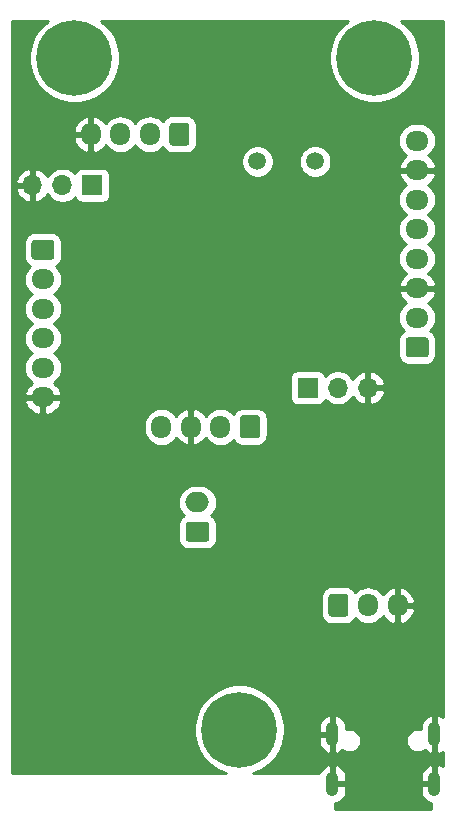
<source format=gbr>
G04 #@! TF.GenerationSoftware,KiCad,Pcbnew,(5.1.6)-1*
G04 #@! TF.CreationDate,2021-04-29T20:29:46-05:00*
G04 #@! TF.ProjectId,EncoderBoard3(1),456e636f-6465-4724-926f-617264332831,v1.0*
G04 #@! TF.SameCoordinates,Original*
G04 #@! TF.FileFunction,Copper,L2,Bot*
G04 #@! TF.FilePolarity,Positive*
%FSLAX46Y46*%
G04 Gerber Fmt 4.6, Leading zero omitted, Abs format (unit mm)*
G04 Created by KiCad (PCBNEW (5.1.6)-1) date 2021-04-29 20:29:46*
%MOMM*%
%LPD*%
G01*
G04 APERTURE LIST*
G04 #@! TA.AperFunction,ComponentPad*
%ADD10O,1.950000X1.700000*%
G04 #@! TD*
G04 #@! TA.AperFunction,ComponentPad*
%ADD11C,6.400000*%
G04 #@! TD*
G04 #@! TA.AperFunction,ComponentPad*
%ADD12O,1.700000X1.700000*%
G04 #@! TD*
G04 #@! TA.AperFunction,ComponentPad*
%ADD13R,1.700000X1.700000*%
G04 #@! TD*
G04 #@! TA.AperFunction,ComponentPad*
%ADD14C,1.500000*%
G04 #@! TD*
G04 #@! TA.AperFunction,ComponentPad*
%ADD15O,1.700000X1.950000*%
G04 #@! TD*
G04 #@! TA.AperFunction,ComponentPad*
%ADD16O,2.000000X1.700000*%
G04 #@! TD*
G04 #@! TA.AperFunction,ComponentPad*
%ADD17O,1.050000X2.100000*%
G04 #@! TD*
G04 #@! TA.AperFunction,ViaPad*
%ADD18C,0.450000*%
G04 #@! TD*
G04 #@! TA.AperFunction,ViaPad*
%ADD19C,1.270000*%
G04 #@! TD*
G04 #@! TA.AperFunction,Conductor*
%ADD20C,0.254000*%
G04 #@! TD*
G04 APERTURE END LIST*
G04 #@! TA.AperFunction,ComponentPad*
G36*
G01*
X139853500Y-111390800D02*
X138403500Y-111390800D01*
G75*
G02*
X138153500Y-111140800I0J250000D01*
G01*
X138153500Y-109940800D01*
G75*
G02*
X138403500Y-109690800I250000J0D01*
G01*
X139853500Y-109690800D01*
G75*
G02*
X140103500Y-109940800I0J-250000D01*
G01*
X140103500Y-111140800D01*
G75*
G02*
X139853500Y-111390800I-250000J0D01*
G01*
G37*
G04 #@! TD.AperFunction*
D10*
X139128500Y-108040800D03*
X139128500Y-105540800D03*
X139128500Y-103040800D03*
X139128500Y-100540800D03*
X139128500Y-98040800D03*
X139128500Y-95540800D03*
X139128500Y-93040800D03*
D11*
X124079000Y-142925800D03*
X110109000Y-86029800D03*
X135509000Y-86029800D03*
D12*
X134937500Y-113969800D03*
X132397500Y-113969800D03*
D13*
X129857500Y-113969800D03*
D14*
X130483000Y-94792800D03*
X125603000Y-94792800D03*
D12*
X106553000Y-96824800D03*
X109093000Y-96824800D03*
D13*
X111633000Y-96824800D03*
D15*
X137461000Y-132384800D03*
X134961000Y-132384800D03*
G04 #@! TA.AperFunction,ComponentPad*
G36*
G01*
X131611000Y-133109800D02*
X131611000Y-131659800D01*
G75*
G02*
X131861000Y-131409800I250000J0D01*
G01*
X133061000Y-131409800D01*
G75*
G02*
X133311000Y-131659800I0J-250000D01*
G01*
X133311000Y-133109800D01*
G75*
G02*
X133061000Y-133359800I-250000J0D01*
G01*
X131861000Y-133359800D01*
G75*
G02*
X131611000Y-133109800I0J250000D01*
G01*
G37*
G04 #@! TD.AperFunction*
G04 #@! TA.AperFunction,ComponentPad*
G36*
G01*
X121273000Y-127011800D02*
X119773000Y-127011800D01*
G75*
G02*
X119523000Y-126761800I0J250000D01*
G01*
X119523000Y-125561800D01*
G75*
G02*
X119773000Y-125311800I250000J0D01*
G01*
X121273000Y-125311800D01*
G75*
G02*
X121523000Y-125561800I0J-250000D01*
G01*
X121523000Y-126761800D01*
G75*
G02*
X121273000Y-127011800I-250000J0D01*
G01*
G37*
G04 #@! TD.AperFunction*
D16*
X120523000Y-123661800D03*
G04 #@! TA.AperFunction,ComponentPad*
G36*
G01*
X106717000Y-101435800D02*
X108167000Y-101435800D01*
G75*
G02*
X108417000Y-101685800I0J-250000D01*
G01*
X108417000Y-102885800D01*
G75*
G02*
X108167000Y-103135800I-250000J0D01*
G01*
X106717000Y-103135800D01*
G75*
G02*
X106467000Y-102885800I0J250000D01*
G01*
X106467000Y-101685800D01*
G75*
G02*
X106717000Y-101435800I250000J0D01*
G01*
G37*
G04 #@! TD.AperFunction*
D10*
X107442000Y-104785800D03*
X107442000Y-107285800D03*
X107442000Y-109785800D03*
X107442000Y-112285800D03*
X107442000Y-114785800D03*
G04 #@! TA.AperFunction,ComponentPad*
G36*
G01*
X125818000Y-116546800D02*
X125818000Y-117996800D01*
G75*
G02*
X125568000Y-118246800I-250000J0D01*
G01*
X124368000Y-118246800D01*
G75*
G02*
X124118000Y-117996800I0J250000D01*
G01*
X124118000Y-116546800D01*
G75*
G02*
X124368000Y-116296800I250000J0D01*
G01*
X125568000Y-116296800D01*
G75*
G02*
X125818000Y-116546800I0J-250000D01*
G01*
G37*
G04 #@! TD.AperFunction*
D15*
X122468000Y-117271800D03*
X119968000Y-117271800D03*
X117468000Y-117271800D03*
G04 #@! TA.AperFunction,ComponentPad*
G36*
G01*
X119849000Y-91781800D02*
X119849000Y-93231800D01*
G75*
G02*
X119599000Y-93481800I-250000J0D01*
G01*
X118399000Y-93481800D01*
G75*
G02*
X118149000Y-93231800I0J250000D01*
G01*
X118149000Y-91781800D01*
G75*
G02*
X118399000Y-91531800I250000J0D01*
G01*
X119599000Y-91531800D01*
G75*
G02*
X119849000Y-91781800I0J-250000D01*
G01*
G37*
G04 #@! TD.AperFunction*
X116499000Y-92506800D03*
X113999000Y-92506800D03*
X111499000Y-92506800D03*
D17*
X131951000Y-143317800D03*
X140591000Y-143317800D03*
X131951000Y-147497800D03*
X140591000Y-147497800D03*
D18*
X111633000Y-132003800D03*
X114300000Y-130479800D03*
X114300000Y-131241800D03*
X114300000Y-132003800D03*
X113411000Y-132003800D03*
X113411000Y-131241800D03*
X113411000Y-130479800D03*
X122555000Y-129844800D03*
X108458000Y-132130800D03*
X109601000Y-133908800D03*
X136525000Y-120954800D03*
D19*
X121920000Y-136194800D03*
X113030000Y-137464800D03*
D18*
X109347000Y-135051800D03*
X115189000Y-132003800D03*
X115189000Y-131241800D03*
X115189000Y-130479800D03*
X112522000Y-130479800D03*
X112522000Y-131241800D03*
X112522000Y-132003800D03*
X116078000Y-132003800D03*
X116078000Y-131241800D03*
X116078000Y-130479800D03*
X111633000Y-130479800D03*
X111633000Y-131241800D03*
X110744000Y-130479800D03*
X110744000Y-131241800D03*
X110744000Y-132003800D03*
X125984000Y-112064800D03*
X125984000Y-113588800D03*
X111522000Y-109318300D03*
X116078000Y-113207800D03*
X118479600Y-111060200D03*
X115824000Y-113969800D03*
X134493000Y-111048800D03*
X125025000Y-106787800D03*
X121215500Y-102597300D03*
X123126500Y-98031300D03*
X130111500Y-99872800D03*
X126986000Y-89345800D03*
X129173000Y-89345800D03*
X115062000Y-99174300D03*
X122174000Y-102730300D03*
X109093000Y-118224300D03*
X135636000Y-101777800D03*
X138303000Y-123558300D03*
X123761500Y-109715300D03*
X139521000Y-141072800D03*
X141097000Y-140004800D03*
X133021000Y-141095800D03*
X141097000Y-138353800D03*
X114808000Y-142036800D03*
X105551000Y-89980800D03*
X139573000Y-126669800D03*
X139573000Y-118541800D03*
X131937000Y-101920800D03*
X110617000Y-113969800D03*
X110617000Y-114604800D03*
X133096000Y-97205800D03*
D20*
G36*
X107664330Y-83050961D02*
G01*
X107130161Y-83585130D01*
X106710467Y-84213246D01*
X106421377Y-84911172D01*
X106274000Y-85652085D01*
X106274000Y-86407515D01*
X106421377Y-87148428D01*
X106710467Y-87846354D01*
X107130161Y-88474470D01*
X107664330Y-89008639D01*
X108292446Y-89428333D01*
X108990372Y-89717423D01*
X109731285Y-89864800D01*
X110486715Y-89864800D01*
X111227628Y-89717423D01*
X111925554Y-89428333D01*
X112553670Y-89008639D01*
X113087839Y-88474470D01*
X113507533Y-87846354D01*
X113796623Y-87148428D01*
X113944000Y-86407515D01*
X113944000Y-85652085D01*
X113796623Y-84911172D01*
X113507533Y-84213246D01*
X113087839Y-83585130D01*
X112553670Y-83050961D01*
X112372340Y-82929800D01*
X133245660Y-82929800D01*
X133064330Y-83050961D01*
X132530161Y-83585130D01*
X132110467Y-84213246D01*
X131821377Y-84911172D01*
X131674000Y-85652085D01*
X131674000Y-86407515D01*
X131821377Y-87148428D01*
X132110467Y-87846354D01*
X132530161Y-88474470D01*
X133064330Y-89008639D01*
X133692446Y-89428333D01*
X134390372Y-89717423D01*
X135131285Y-89864800D01*
X135886715Y-89864800D01*
X136627628Y-89717423D01*
X137325554Y-89428333D01*
X137953670Y-89008639D01*
X138487839Y-88474470D01*
X138907533Y-87846354D01*
X139196623Y-87148428D01*
X139344000Y-86407515D01*
X139344000Y-85652085D01*
X139196623Y-84911172D01*
X138907533Y-84213246D01*
X138487839Y-83585130D01*
X137953670Y-83050961D01*
X137772340Y-82929800D01*
X141276000Y-82929800D01*
X141276001Y-141853100D01*
X141129864Y-141757737D01*
X140896810Y-141673836D01*
X140718000Y-141799637D01*
X140718000Y-143190800D01*
X140738000Y-143190800D01*
X140738000Y-143444800D01*
X140718000Y-143444800D01*
X140718000Y-144835963D01*
X140896810Y-144961764D01*
X141129864Y-144877863D01*
X141276001Y-144782499D01*
X141276001Y-146033101D01*
X141129864Y-145937737D01*
X140896810Y-145853836D01*
X140718000Y-145979637D01*
X140718000Y-147370800D01*
X140738000Y-147370800D01*
X140738000Y-147624800D01*
X140718000Y-147624800D01*
X140718000Y-147644800D01*
X140464000Y-147644800D01*
X140464000Y-147624800D01*
X139431000Y-147624800D01*
X139431000Y-148149800D01*
X139478066Y-148373665D01*
X139567901Y-148584046D01*
X139697053Y-148772859D01*
X139860559Y-148932847D01*
X140052136Y-149057863D01*
X140285190Y-149141764D01*
X140290001Y-149138379D01*
X140290001Y-149610000D01*
X132210000Y-149610000D01*
X132210000Y-149108831D01*
X132256810Y-149141764D01*
X132489864Y-149057863D01*
X132681441Y-148932847D01*
X132844947Y-148772859D01*
X132974099Y-148584046D01*
X133063934Y-148373665D01*
X133111000Y-148149800D01*
X133111000Y-147624800D01*
X132078000Y-147624800D01*
X132078000Y-147644800D01*
X131824000Y-147644800D01*
X131824000Y-147624800D01*
X131804000Y-147624800D01*
X131804000Y-147370800D01*
X131824000Y-147370800D01*
X131824000Y-145979637D01*
X132078000Y-145979637D01*
X132078000Y-147370800D01*
X133111000Y-147370800D01*
X133111000Y-146845800D01*
X139431000Y-146845800D01*
X139431000Y-147370800D01*
X140464000Y-147370800D01*
X140464000Y-145979637D01*
X140285190Y-145853836D01*
X140052136Y-145937737D01*
X139860559Y-146062753D01*
X139697053Y-146222741D01*
X139567901Y-146411554D01*
X139478066Y-146621935D01*
X139431000Y-146845800D01*
X133111000Y-146845800D01*
X133063934Y-146621935D01*
X132974099Y-146411554D01*
X132844947Y-146222741D01*
X132681441Y-146062753D01*
X132489864Y-145937737D01*
X132256810Y-145853836D01*
X132078000Y-145979637D01*
X131824000Y-145979637D01*
X131645190Y-145853836D01*
X131412136Y-145937737D01*
X131220559Y-146062753D01*
X131057053Y-146222741D01*
X130927901Y-146411554D01*
X130838792Y-146620234D01*
X130734877Y-146610000D01*
X130700000Y-146606565D01*
X130665123Y-146610000D01*
X125205892Y-146610000D01*
X125895554Y-146324333D01*
X126523670Y-145904639D01*
X127057839Y-145370470D01*
X127477533Y-144742354D01*
X127766623Y-144044428D01*
X127885896Y-143444800D01*
X130791000Y-143444800D01*
X130791000Y-143969800D01*
X130838066Y-144193665D01*
X130927901Y-144404046D01*
X131057053Y-144592859D01*
X131220559Y-144752847D01*
X131412136Y-144877863D01*
X131645190Y-144961764D01*
X131824000Y-144835963D01*
X131824000Y-143444800D01*
X130791000Y-143444800D01*
X127885896Y-143444800D01*
X127914000Y-143303515D01*
X127914000Y-142665800D01*
X130791000Y-142665800D01*
X130791000Y-143190800D01*
X131824000Y-143190800D01*
X131824000Y-141799637D01*
X132078000Y-141799637D01*
X132078000Y-143190800D01*
X132098000Y-143190800D01*
X132098000Y-143444800D01*
X132078000Y-143444800D01*
X132078000Y-144835963D01*
X132256810Y-144961764D01*
X132489864Y-144877863D01*
X132681441Y-144752847D01*
X132795507Y-144641235D01*
X132914428Y-144720696D01*
X133093686Y-144794947D01*
X133283986Y-144832800D01*
X133478014Y-144832800D01*
X133668314Y-144794947D01*
X133847572Y-144720696D01*
X134008901Y-144612899D01*
X134146099Y-144475701D01*
X134253896Y-144314372D01*
X134328147Y-144135114D01*
X134366000Y-143944814D01*
X134366000Y-143750786D01*
X138176000Y-143750786D01*
X138176000Y-143944814D01*
X138213853Y-144135114D01*
X138288104Y-144314372D01*
X138395901Y-144475701D01*
X138533099Y-144612899D01*
X138694428Y-144720696D01*
X138873686Y-144794947D01*
X139063986Y-144832800D01*
X139258014Y-144832800D01*
X139448314Y-144794947D01*
X139627572Y-144720696D01*
X139746493Y-144641235D01*
X139860559Y-144752847D01*
X140052136Y-144877863D01*
X140285190Y-144961764D01*
X140464000Y-144835963D01*
X140464000Y-143444800D01*
X140444000Y-143444800D01*
X140444000Y-143190800D01*
X140464000Y-143190800D01*
X140464000Y-141799637D01*
X140285190Y-141673836D01*
X140052136Y-141757737D01*
X139860559Y-141882753D01*
X139697053Y-142042741D01*
X139567901Y-142231554D01*
X139478066Y-142441935D01*
X139431000Y-142665800D01*
X139431000Y-142897209D01*
X139258014Y-142862800D01*
X139063986Y-142862800D01*
X138873686Y-142900653D01*
X138694428Y-142974904D01*
X138533099Y-143082701D01*
X138395901Y-143219899D01*
X138288104Y-143381228D01*
X138213853Y-143560486D01*
X138176000Y-143750786D01*
X134366000Y-143750786D01*
X134328147Y-143560486D01*
X134253896Y-143381228D01*
X134146099Y-143219899D01*
X134008901Y-143082701D01*
X133847572Y-142974904D01*
X133668314Y-142900653D01*
X133478014Y-142862800D01*
X133283986Y-142862800D01*
X133111000Y-142897209D01*
X133111000Y-142665800D01*
X133063934Y-142441935D01*
X132974099Y-142231554D01*
X132844947Y-142042741D01*
X132681441Y-141882753D01*
X132489864Y-141757737D01*
X132256810Y-141673836D01*
X132078000Y-141799637D01*
X131824000Y-141799637D01*
X131645190Y-141673836D01*
X131412136Y-141757737D01*
X131220559Y-141882753D01*
X131057053Y-142042741D01*
X130927901Y-142231554D01*
X130838066Y-142441935D01*
X130791000Y-142665800D01*
X127914000Y-142665800D01*
X127914000Y-142548085D01*
X127766623Y-141807172D01*
X127477533Y-141109246D01*
X127057839Y-140481130D01*
X126523670Y-139946961D01*
X125895554Y-139527267D01*
X125197628Y-139238177D01*
X124456715Y-139090800D01*
X123701285Y-139090800D01*
X122960372Y-139238177D01*
X122262446Y-139527267D01*
X121634330Y-139946961D01*
X121100161Y-140481130D01*
X120680467Y-141109246D01*
X120391377Y-141807172D01*
X120244000Y-142548085D01*
X120244000Y-143303515D01*
X120391377Y-144044428D01*
X120680467Y-144742354D01*
X121100161Y-145370470D01*
X121634330Y-145904639D01*
X122262446Y-146324333D01*
X122952108Y-146610000D01*
X104850000Y-146610000D01*
X104850000Y-131659800D01*
X130972928Y-131659800D01*
X130972928Y-133109800D01*
X130989992Y-133283054D01*
X131040528Y-133449650D01*
X131122595Y-133603186D01*
X131233038Y-133737762D01*
X131367614Y-133848205D01*
X131521150Y-133930272D01*
X131687746Y-133980808D01*
X131861000Y-133997872D01*
X133061000Y-133997872D01*
X133234254Y-133980808D01*
X133400850Y-133930272D01*
X133554386Y-133848205D01*
X133688962Y-133737762D01*
X133799405Y-133603186D01*
X133853777Y-133501463D01*
X133905866Y-133564934D01*
X134131987Y-133750506D01*
X134389967Y-133888399D01*
X134669890Y-133973313D01*
X134961000Y-134001985D01*
X135252111Y-133973313D01*
X135532034Y-133888399D01*
X135790014Y-133750506D01*
X136016134Y-133564934D01*
X136201706Y-133338814D01*
X136215462Y-133313078D01*
X136371951Y-133519229D01*
X136589807Y-133712296D01*
X136841142Y-133859152D01*
X137104110Y-133951276D01*
X137334000Y-133829955D01*
X137334000Y-132511800D01*
X137588000Y-132511800D01*
X137588000Y-133829955D01*
X137817890Y-133951276D01*
X138080858Y-133859152D01*
X138332193Y-133712296D01*
X138550049Y-133519229D01*
X138726053Y-133287370D01*
X138853442Y-133025630D01*
X138927320Y-132744067D01*
X138787165Y-132511800D01*
X137588000Y-132511800D01*
X137334000Y-132511800D01*
X137314000Y-132511800D01*
X137314000Y-132257800D01*
X137334000Y-132257800D01*
X137334000Y-130939645D01*
X137588000Y-130939645D01*
X137588000Y-132257800D01*
X138787165Y-132257800D01*
X138927320Y-132025533D01*
X138853442Y-131743970D01*
X138726053Y-131482230D01*
X138550049Y-131250371D01*
X138332193Y-131057304D01*
X138080858Y-130910448D01*
X137817890Y-130818324D01*
X137588000Y-130939645D01*
X137334000Y-130939645D01*
X137104110Y-130818324D01*
X136841142Y-130910448D01*
X136589807Y-131057304D01*
X136371951Y-131250371D01*
X136215462Y-131456522D01*
X136201706Y-131430786D01*
X136016134Y-131204666D01*
X135790013Y-131019094D01*
X135532033Y-130881201D01*
X135252110Y-130796287D01*
X134961000Y-130767615D01*
X134669889Y-130796287D01*
X134389966Y-130881201D01*
X134131986Y-131019094D01*
X133905866Y-131204666D01*
X133853777Y-131268137D01*
X133799405Y-131166414D01*
X133688962Y-131031838D01*
X133554386Y-130921395D01*
X133400850Y-130839328D01*
X133234254Y-130788792D01*
X133061000Y-130771728D01*
X131861000Y-130771728D01*
X131687746Y-130788792D01*
X131521150Y-130839328D01*
X131367614Y-130921395D01*
X131233038Y-131031838D01*
X131122595Y-131166414D01*
X131040528Y-131319950D01*
X130989992Y-131486546D01*
X130972928Y-131659800D01*
X104850000Y-131659800D01*
X104850000Y-123661800D01*
X118880815Y-123661800D01*
X118909487Y-123952911D01*
X118994401Y-124232834D01*
X119132294Y-124490814D01*
X119317866Y-124716934D01*
X119381337Y-124769023D01*
X119279614Y-124823395D01*
X119145038Y-124933838D01*
X119034595Y-125068414D01*
X118952528Y-125221950D01*
X118901992Y-125388546D01*
X118884928Y-125561800D01*
X118884928Y-126761800D01*
X118901992Y-126935054D01*
X118952528Y-127101650D01*
X119034595Y-127255186D01*
X119145038Y-127389762D01*
X119279614Y-127500205D01*
X119433150Y-127582272D01*
X119599746Y-127632808D01*
X119773000Y-127649872D01*
X121273000Y-127649872D01*
X121446254Y-127632808D01*
X121612850Y-127582272D01*
X121766386Y-127500205D01*
X121900962Y-127389762D01*
X122011405Y-127255186D01*
X122093472Y-127101650D01*
X122144008Y-126935054D01*
X122161072Y-126761800D01*
X122161072Y-125561800D01*
X122144008Y-125388546D01*
X122093472Y-125221950D01*
X122011405Y-125068414D01*
X121900962Y-124933838D01*
X121766386Y-124823395D01*
X121664663Y-124769023D01*
X121728134Y-124716934D01*
X121913706Y-124490814D01*
X122051599Y-124232834D01*
X122136513Y-123952911D01*
X122165185Y-123661800D01*
X122136513Y-123370689D01*
X122051599Y-123090766D01*
X121913706Y-122832786D01*
X121728134Y-122606666D01*
X121502014Y-122421094D01*
X121244034Y-122283201D01*
X120964111Y-122198287D01*
X120745950Y-122176800D01*
X120300050Y-122176800D01*
X120081889Y-122198287D01*
X119801966Y-122283201D01*
X119543986Y-122421094D01*
X119317866Y-122606666D01*
X119132294Y-122832786D01*
X118994401Y-123090766D01*
X118909487Y-123370689D01*
X118880815Y-123661800D01*
X104850000Y-123661800D01*
X104850000Y-117073850D01*
X115983000Y-117073850D01*
X115983000Y-117469749D01*
X116004487Y-117687910D01*
X116089401Y-117967833D01*
X116227294Y-118225813D01*
X116412866Y-118451934D01*
X116638986Y-118637506D01*
X116896966Y-118775399D01*
X117176889Y-118860313D01*
X117468000Y-118888985D01*
X117759110Y-118860313D01*
X118039033Y-118775399D01*
X118297013Y-118637506D01*
X118523134Y-118451934D01*
X118708706Y-118225814D01*
X118722462Y-118200078D01*
X118878951Y-118406229D01*
X119096807Y-118599296D01*
X119348142Y-118746152D01*
X119611110Y-118838276D01*
X119841000Y-118716955D01*
X119841000Y-117398800D01*
X119821000Y-117398800D01*
X119821000Y-117144800D01*
X119841000Y-117144800D01*
X119841000Y-115826645D01*
X120095000Y-115826645D01*
X120095000Y-117144800D01*
X120115000Y-117144800D01*
X120115000Y-117398800D01*
X120095000Y-117398800D01*
X120095000Y-118716955D01*
X120324890Y-118838276D01*
X120587858Y-118746152D01*
X120839193Y-118599296D01*
X121057049Y-118406229D01*
X121213538Y-118200078D01*
X121227294Y-118225813D01*
X121412866Y-118451934D01*
X121638986Y-118637506D01*
X121896966Y-118775399D01*
X122176889Y-118860313D01*
X122468000Y-118888985D01*
X122759110Y-118860313D01*
X123039033Y-118775399D01*
X123297013Y-118637506D01*
X123523134Y-118451934D01*
X123575223Y-118388463D01*
X123629595Y-118490186D01*
X123740038Y-118624762D01*
X123874614Y-118735205D01*
X124028150Y-118817272D01*
X124194746Y-118867808D01*
X124368000Y-118884872D01*
X125568000Y-118884872D01*
X125741254Y-118867808D01*
X125907850Y-118817272D01*
X126061386Y-118735205D01*
X126195962Y-118624762D01*
X126306405Y-118490186D01*
X126388472Y-118336650D01*
X126439008Y-118170054D01*
X126456072Y-117996800D01*
X126456072Y-116546800D01*
X126439008Y-116373546D01*
X126388472Y-116206950D01*
X126306405Y-116053414D01*
X126195962Y-115918838D01*
X126061386Y-115808395D01*
X125907850Y-115726328D01*
X125741254Y-115675792D01*
X125568000Y-115658728D01*
X124368000Y-115658728D01*
X124194746Y-115675792D01*
X124028150Y-115726328D01*
X123874614Y-115808395D01*
X123740038Y-115918838D01*
X123629595Y-116053414D01*
X123575223Y-116155137D01*
X123523134Y-116091666D01*
X123297014Y-115906094D01*
X123039034Y-115768201D01*
X122759111Y-115683287D01*
X122468000Y-115654615D01*
X122176890Y-115683287D01*
X121896967Y-115768201D01*
X121638987Y-115906094D01*
X121412866Y-116091666D01*
X121227294Y-116317786D01*
X121213538Y-116343522D01*
X121057049Y-116137371D01*
X120839193Y-115944304D01*
X120587858Y-115797448D01*
X120324890Y-115705324D01*
X120095000Y-115826645D01*
X119841000Y-115826645D01*
X119611110Y-115705324D01*
X119348142Y-115797448D01*
X119096807Y-115944304D01*
X118878951Y-116137371D01*
X118722462Y-116343522D01*
X118708706Y-116317786D01*
X118523134Y-116091666D01*
X118297014Y-115906094D01*
X118039034Y-115768201D01*
X117759111Y-115683287D01*
X117468000Y-115654615D01*
X117176890Y-115683287D01*
X116896967Y-115768201D01*
X116638987Y-115906094D01*
X116412866Y-116091666D01*
X116227294Y-116317786D01*
X116089401Y-116575766D01*
X116004487Y-116855689D01*
X115983000Y-117073850D01*
X104850000Y-117073850D01*
X104850000Y-115142690D01*
X105875524Y-115142690D01*
X105967648Y-115405658D01*
X106114504Y-115656993D01*
X106307571Y-115874849D01*
X106539430Y-116050853D01*
X106801170Y-116178242D01*
X107082733Y-116252120D01*
X107315000Y-116111965D01*
X107315000Y-114912800D01*
X107569000Y-114912800D01*
X107569000Y-116111965D01*
X107801267Y-116252120D01*
X108082830Y-116178242D01*
X108344570Y-116050853D01*
X108576429Y-115874849D01*
X108769496Y-115656993D01*
X108916352Y-115405658D01*
X109008476Y-115142690D01*
X108887155Y-114912800D01*
X107569000Y-114912800D01*
X107315000Y-114912800D01*
X105996845Y-114912800D01*
X105875524Y-115142690D01*
X104850000Y-115142690D01*
X104850000Y-104785800D01*
X105824815Y-104785800D01*
X105853487Y-105076911D01*
X105938401Y-105356834D01*
X106076294Y-105614814D01*
X106261866Y-105840934D01*
X106487986Y-106026506D01*
X106505374Y-106035800D01*
X106487986Y-106045094D01*
X106261866Y-106230666D01*
X106076294Y-106456786D01*
X105938401Y-106714766D01*
X105853487Y-106994689D01*
X105824815Y-107285800D01*
X105853487Y-107576911D01*
X105938401Y-107856834D01*
X106076294Y-108114814D01*
X106261866Y-108340934D01*
X106487986Y-108526506D01*
X106505374Y-108535800D01*
X106487986Y-108545094D01*
X106261866Y-108730666D01*
X106076294Y-108956786D01*
X105938401Y-109214766D01*
X105853487Y-109494689D01*
X105824815Y-109785800D01*
X105853487Y-110076911D01*
X105938401Y-110356834D01*
X106076294Y-110614814D01*
X106261866Y-110840934D01*
X106487986Y-111026506D01*
X106505374Y-111035800D01*
X106487986Y-111045094D01*
X106261866Y-111230666D01*
X106076294Y-111456786D01*
X105938401Y-111714766D01*
X105853487Y-111994689D01*
X105824815Y-112285800D01*
X105853487Y-112576911D01*
X105938401Y-112856834D01*
X106076294Y-113114814D01*
X106261866Y-113340934D01*
X106487986Y-113526506D01*
X106513722Y-113540262D01*
X106307571Y-113696751D01*
X106114504Y-113914607D01*
X105967648Y-114165942D01*
X105875524Y-114428910D01*
X105996845Y-114658800D01*
X107315000Y-114658800D01*
X107315000Y-114638800D01*
X107569000Y-114638800D01*
X107569000Y-114658800D01*
X108887155Y-114658800D01*
X109008476Y-114428910D01*
X108916352Y-114165942D01*
X108769496Y-113914607D01*
X108576429Y-113696751D01*
X108370278Y-113540262D01*
X108396014Y-113526506D01*
X108622134Y-113340934D01*
X108803614Y-113119800D01*
X128369428Y-113119800D01*
X128369428Y-114819800D01*
X128381688Y-114944282D01*
X128417998Y-115063980D01*
X128476963Y-115174294D01*
X128556315Y-115270985D01*
X128653006Y-115350337D01*
X128763320Y-115409302D01*
X128883018Y-115445612D01*
X129007500Y-115457872D01*
X130707500Y-115457872D01*
X130831982Y-115445612D01*
X130951680Y-115409302D01*
X131061994Y-115350337D01*
X131158685Y-115270985D01*
X131238037Y-115174294D01*
X131297002Y-115063980D01*
X131319013Y-114991420D01*
X131450868Y-115123275D01*
X131694089Y-115285790D01*
X131964342Y-115397732D01*
X132251240Y-115454800D01*
X132543760Y-115454800D01*
X132830658Y-115397732D01*
X133100911Y-115285790D01*
X133344132Y-115123275D01*
X133550975Y-114916432D01*
X133672695Y-114734266D01*
X133742322Y-114851155D01*
X133937231Y-115067388D01*
X134170580Y-115241441D01*
X134433401Y-115366625D01*
X134580610Y-115411276D01*
X134810500Y-115289955D01*
X134810500Y-114096800D01*
X135064500Y-114096800D01*
X135064500Y-115289955D01*
X135294390Y-115411276D01*
X135441599Y-115366625D01*
X135704420Y-115241441D01*
X135937769Y-115067388D01*
X136132678Y-114851155D01*
X136281657Y-114601052D01*
X136378981Y-114326691D01*
X136258314Y-114096800D01*
X135064500Y-114096800D01*
X134810500Y-114096800D01*
X134790500Y-114096800D01*
X134790500Y-113842800D01*
X134810500Y-113842800D01*
X134810500Y-112649645D01*
X135064500Y-112649645D01*
X135064500Y-113842800D01*
X136258314Y-113842800D01*
X136378981Y-113612909D01*
X136281657Y-113338548D01*
X136132678Y-113088445D01*
X135937769Y-112872212D01*
X135704420Y-112698159D01*
X135441599Y-112572975D01*
X135294390Y-112528324D01*
X135064500Y-112649645D01*
X134810500Y-112649645D01*
X134580610Y-112528324D01*
X134433401Y-112572975D01*
X134170580Y-112698159D01*
X133937231Y-112872212D01*
X133742322Y-113088445D01*
X133672695Y-113205334D01*
X133550975Y-113023168D01*
X133344132Y-112816325D01*
X133100911Y-112653810D01*
X132830658Y-112541868D01*
X132543760Y-112484800D01*
X132251240Y-112484800D01*
X131964342Y-112541868D01*
X131694089Y-112653810D01*
X131450868Y-112816325D01*
X131319013Y-112948180D01*
X131297002Y-112875620D01*
X131238037Y-112765306D01*
X131158685Y-112668615D01*
X131061994Y-112589263D01*
X130951680Y-112530298D01*
X130831982Y-112493988D01*
X130707500Y-112481728D01*
X129007500Y-112481728D01*
X128883018Y-112493988D01*
X128763320Y-112530298D01*
X128653006Y-112589263D01*
X128556315Y-112668615D01*
X128476963Y-112765306D01*
X128417998Y-112875620D01*
X128381688Y-112995318D01*
X128369428Y-113119800D01*
X108803614Y-113119800D01*
X108807706Y-113114814D01*
X108945599Y-112856834D01*
X109030513Y-112576911D01*
X109059185Y-112285800D01*
X109030513Y-111994689D01*
X108945599Y-111714766D01*
X108807706Y-111456786D01*
X108622134Y-111230666D01*
X108396014Y-111045094D01*
X108378626Y-111035800D01*
X108396014Y-111026506D01*
X108622134Y-110840934D01*
X108807706Y-110614814D01*
X108945599Y-110356834D01*
X109030513Y-110076911D01*
X109059185Y-109785800D01*
X109030513Y-109494689D01*
X108945599Y-109214766D01*
X108807706Y-108956786D01*
X108622134Y-108730666D01*
X108396014Y-108545094D01*
X108378626Y-108535800D01*
X108396014Y-108526506D01*
X108622134Y-108340934D01*
X108807706Y-108114814D01*
X108847267Y-108040800D01*
X137511315Y-108040800D01*
X137539987Y-108331911D01*
X137624901Y-108611834D01*
X137762794Y-108869814D01*
X137948366Y-109095934D01*
X138011837Y-109148023D01*
X137910114Y-109202395D01*
X137775538Y-109312838D01*
X137665095Y-109447414D01*
X137583028Y-109600950D01*
X137532492Y-109767546D01*
X137515428Y-109940800D01*
X137515428Y-111140800D01*
X137532492Y-111314054D01*
X137583028Y-111480650D01*
X137665095Y-111634186D01*
X137775538Y-111768762D01*
X137910114Y-111879205D01*
X138063650Y-111961272D01*
X138230246Y-112011808D01*
X138403500Y-112028872D01*
X139853500Y-112028872D01*
X140026754Y-112011808D01*
X140193350Y-111961272D01*
X140346886Y-111879205D01*
X140481462Y-111768762D01*
X140591905Y-111634186D01*
X140673972Y-111480650D01*
X140724508Y-111314054D01*
X140741572Y-111140800D01*
X140741572Y-109940800D01*
X140724508Y-109767546D01*
X140673972Y-109600950D01*
X140591905Y-109447414D01*
X140481462Y-109312838D01*
X140346886Y-109202395D01*
X140245163Y-109148023D01*
X140308634Y-109095934D01*
X140494206Y-108869814D01*
X140632099Y-108611834D01*
X140717013Y-108331911D01*
X140745685Y-108040800D01*
X140717013Y-107749689D01*
X140632099Y-107469766D01*
X140494206Y-107211786D01*
X140308634Y-106985666D01*
X140082514Y-106800094D01*
X140056778Y-106786338D01*
X140262929Y-106629849D01*
X140455996Y-106411993D01*
X140602852Y-106160658D01*
X140694976Y-105897690D01*
X140573655Y-105667800D01*
X139255500Y-105667800D01*
X139255500Y-105687800D01*
X139001500Y-105687800D01*
X139001500Y-105667800D01*
X137683345Y-105667800D01*
X137562024Y-105897690D01*
X137654148Y-106160658D01*
X137801004Y-106411993D01*
X137994071Y-106629849D01*
X138200222Y-106786338D01*
X138174486Y-106800094D01*
X137948366Y-106985666D01*
X137762794Y-107211786D01*
X137624901Y-107469766D01*
X137539987Y-107749689D01*
X137511315Y-108040800D01*
X108847267Y-108040800D01*
X108945599Y-107856834D01*
X109030513Y-107576911D01*
X109059185Y-107285800D01*
X109030513Y-106994689D01*
X108945599Y-106714766D01*
X108807706Y-106456786D01*
X108622134Y-106230666D01*
X108396014Y-106045094D01*
X108378626Y-106035800D01*
X108396014Y-106026506D01*
X108622134Y-105840934D01*
X108807706Y-105614814D01*
X108945599Y-105356834D01*
X109030513Y-105076911D01*
X109059185Y-104785800D01*
X109030513Y-104494689D01*
X108945599Y-104214766D01*
X108807706Y-103956786D01*
X108622134Y-103730666D01*
X108558663Y-103678577D01*
X108660386Y-103624205D01*
X108794962Y-103513762D01*
X108905405Y-103379186D01*
X108987472Y-103225650D01*
X109038008Y-103059054D01*
X109055072Y-102885800D01*
X109055072Y-101685800D01*
X109038008Y-101512546D01*
X108987472Y-101345950D01*
X108905405Y-101192414D01*
X108794962Y-101057838D01*
X108660386Y-100947395D01*
X108506850Y-100865328D01*
X108340254Y-100814792D01*
X108167000Y-100797728D01*
X106717000Y-100797728D01*
X106543746Y-100814792D01*
X106377150Y-100865328D01*
X106223614Y-100947395D01*
X106089038Y-101057838D01*
X105978595Y-101192414D01*
X105896528Y-101345950D01*
X105845992Y-101512546D01*
X105828928Y-101685800D01*
X105828928Y-102885800D01*
X105845992Y-103059054D01*
X105896528Y-103225650D01*
X105978595Y-103379186D01*
X106089038Y-103513762D01*
X106223614Y-103624205D01*
X106325337Y-103678577D01*
X106261866Y-103730666D01*
X106076294Y-103956786D01*
X105938401Y-104214766D01*
X105853487Y-104494689D01*
X105824815Y-104785800D01*
X104850000Y-104785800D01*
X104850000Y-97181691D01*
X105111519Y-97181691D01*
X105208843Y-97456052D01*
X105357822Y-97706155D01*
X105552731Y-97922388D01*
X105786080Y-98096441D01*
X106048901Y-98221625D01*
X106196110Y-98266276D01*
X106426000Y-98144955D01*
X106426000Y-96951800D01*
X105232186Y-96951800D01*
X105111519Y-97181691D01*
X104850000Y-97181691D01*
X104850000Y-96467909D01*
X105111519Y-96467909D01*
X105232186Y-96697800D01*
X106426000Y-96697800D01*
X106426000Y-95504645D01*
X106680000Y-95504645D01*
X106680000Y-96697800D01*
X106700000Y-96697800D01*
X106700000Y-96951800D01*
X106680000Y-96951800D01*
X106680000Y-98144955D01*
X106909890Y-98266276D01*
X107057099Y-98221625D01*
X107319920Y-98096441D01*
X107553269Y-97922388D01*
X107748178Y-97706155D01*
X107817805Y-97589266D01*
X107939525Y-97771432D01*
X108146368Y-97978275D01*
X108389589Y-98140790D01*
X108659842Y-98252732D01*
X108946740Y-98309800D01*
X109239260Y-98309800D01*
X109526158Y-98252732D01*
X109796411Y-98140790D01*
X110039632Y-97978275D01*
X110171487Y-97846420D01*
X110193498Y-97918980D01*
X110252463Y-98029294D01*
X110331815Y-98125985D01*
X110428506Y-98205337D01*
X110538820Y-98264302D01*
X110658518Y-98300612D01*
X110783000Y-98312872D01*
X112483000Y-98312872D01*
X112607482Y-98300612D01*
X112727180Y-98264302D01*
X112837494Y-98205337D01*
X112934185Y-98125985D01*
X113004094Y-98040800D01*
X137511315Y-98040800D01*
X137539987Y-98331911D01*
X137624901Y-98611834D01*
X137762794Y-98869814D01*
X137948366Y-99095934D01*
X138174486Y-99281506D01*
X138191874Y-99290800D01*
X138174486Y-99300094D01*
X137948366Y-99485666D01*
X137762794Y-99711786D01*
X137624901Y-99969766D01*
X137539987Y-100249689D01*
X137511315Y-100540800D01*
X137539987Y-100831911D01*
X137624901Y-101111834D01*
X137762794Y-101369814D01*
X137948366Y-101595934D01*
X138174486Y-101781506D01*
X138191874Y-101790800D01*
X138174486Y-101800094D01*
X137948366Y-101985666D01*
X137762794Y-102211786D01*
X137624901Y-102469766D01*
X137539987Y-102749689D01*
X137511315Y-103040800D01*
X137539987Y-103331911D01*
X137624901Y-103611834D01*
X137762794Y-103869814D01*
X137948366Y-104095934D01*
X138174486Y-104281506D01*
X138200222Y-104295262D01*
X137994071Y-104451751D01*
X137801004Y-104669607D01*
X137654148Y-104920942D01*
X137562024Y-105183910D01*
X137683345Y-105413800D01*
X139001500Y-105413800D01*
X139001500Y-105393800D01*
X139255500Y-105393800D01*
X139255500Y-105413800D01*
X140573655Y-105413800D01*
X140694976Y-105183910D01*
X140602852Y-104920942D01*
X140455996Y-104669607D01*
X140262929Y-104451751D01*
X140056778Y-104295262D01*
X140082514Y-104281506D01*
X140308634Y-104095934D01*
X140494206Y-103869814D01*
X140632099Y-103611834D01*
X140717013Y-103331911D01*
X140745685Y-103040800D01*
X140717013Y-102749689D01*
X140632099Y-102469766D01*
X140494206Y-102211786D01*
X140308634Y-101985666D01*
X140082514Y-101800094D01*
X140065126Y-101790800D01*
X140082514Y-101781506D01*
X140308634Y-101595934D01*
X140494206Y-101369814D01*
X140632099Y-101111834D01*
X140717013Y-100831911D01*
X140745685Y-100540800D01*
X140717013Y-100249689D01*
X140632099Y-99969766D01*
X140494206Y-99711786D01*
X140308634Y-99485666D01*
X140082514Y-99300094D01*
X140065126Y-99290800D01*
X140082514Y-99281506D01*
X140308634Y-99095934D01*
X140494206Y-98869814D01*
X140632099Y-98611834D01*
X140717013Y-98331911D01*
X140745685Y-98040800D01*
X140717013Y-97749689D01*
X140632099Y-97469766D01*
X140494206Y-97211786D01*
X140308634Y-96985666D01*
X140082514Y-96800094D01*
X140056778Y-96786338D01*
X140262929Y-96629849D01*
X140455996Y-96411993D01*
X140602852Y-96160658D01*
X140694976Y-95897690D01*
X140573655Y-95667800D01*
X139255500Y-95667800D01*
X139255500Y-95687800D01*
X139001500Y-95687800D01*
X139001500Y-95667800D01*
X137683345Y-95667800D01*
X137562024Y-95897690D01*
X137654148Y-96160658D01*
X137801004Y-96411993D01*
X137994071Y-96629849D01*
X138200222Y-96786338D01*
X138174486Y-96800094D01*
X137948366Y-96985666D01*
X137762794Y-97211786D01*
X137624901Y-97469766D01*
X137539987Y-97749689D01*
X137511315Y-98040800D01*
X113004094Y-98040800D01*
X113013537Y-98029294D01*
X113072502Y-97918980D01*
X113108812Y-97799282D01*
X113121072Y-97674800D01*
X113121072Y-95974800D01*
X113108812Y-95850318D01*
X113072502Y-95730620D01*
X113013537Y-95620306D01*
X112934185Y-95523615D01*
X112837494Y-95444263D01*
X112727180Y-95385298D01*
X112607482Y-95348988D01*
X112483000Y-95336728D01*
X110783000Y-95336728D01*
X110658518Y-95348988D01*
X110538820Y-95385298D01*
X110428506Y-95444263D01*
X110331815Y-95523615D01*
X110252463Y-95620306D01*
X110193498Y-95730620D01*
X110171487Y-95803180D01*
X110039632Y-95671325D01*
X109796411Y-95508810D01*
X109526158Y-95396868D01*
X109239260Y-95339800D01*
X108946740Y-95339800D01*
X108659842Y-95396868D01*
X108389589Y-95508810D01*
X108146368Y-95671325D01*
X107939525Y-95878168D01*
X107817805Y-96060334D01*
X107748178Y-95943445D01*
X107553269Y-95727212D01*
X107319920Y-95553159D01*
X107057099Y-95427975D01*
X106909890Y-95383324D01*
X106680000Y-95504645D01*
X106426000Y-95504645D01*
X106196110Y-95383324D01*
X106048901Y-95427975D01*
X105786080Y-95553159D01*
X105552731Y-95727212D01*
X105357822Y-95943445D01*
X105208843Y-96193548D01*
X105111519Y-96467909D01*
X104850000Y-96467909D01*
X104850000Y-94656389D01*
X124218000Y-94656389D01*
X124218000Y-94929211D01*
X124271225Y-95196789D01*
X124375629Y-95448843D01*
X124527201Y-95675686D01*
X124720114Y-95868599D01*
X124946957Y-96020171D01*
X125199011Y-96124575D01*
X125466589Y-96177800D01*
X125739411Y-96177800D01*
X126006989Y-96124575D01*
X126259043Y-96020171D01*
X126485886Y-95868599D01*
X126678799Y-95675686D01*
X126830371Y-95448843D01*
X126934775Y-95196789D01*
X126988000Y-94929211D01*
X126988000Y-94656389D01*
X129098000Y-94656389D01*
X129098000Y-94929211D01*
X129151225Y-95196789D01*
X129255629Y-95448843D01*
X129407201Y-95675686D01*
X129600114Y-95868599D01*
X129826957Y-96020171D01*
X130079011Y-96124575D01*
X130346589Y-96177800D01*
X130619411Y-96177800D01*
X130886989Y-96124575D01*
X131139043Y-96020171D01*
X131365886Y-95868599D01*
X131558799Y-95675686D01*
X131710371Y-95448843D01*
X131814775Y-95196789D01*
X131868000Y-94929211D01*
X131868000Y-94656389D01*
X131814775Y-94388811D01*
X131710371Y-94136757D01*
X131558799Y-93909914D01*
X131365886Y-93717001D01*
X131139043Y-93565429D01*
X130886989Y-93461025D01*
X130619411Y-93407800D01*
X130346589Y-93407800D01*
X130079011Y-93461025D01*
X129826957Y-93565429D01*
X129600114Y-93717001D01*
X129407201Y-93909914D01*
X129255629Y-94136757D01*
X129151225Y-94388811D01*
X129098000Y-94656389D01*
X126988000Y-94656389D01*
X126934775Y-94388811D01*
X126830371Y-94136757D01*
X126678799Y-93909914D01*
X126485886Y-93717001D01*
X126259043Y-93565429D01*
X126006989Y-93461025D01*
X125739411Y-93407800D01*
X125466589Y-93407800D01*
X125199011Y-93461025D01*
X124946957Y-93565429D01*
X124720114Y-93717001D01*
X124527201Y-93909914D01*
X124375629Y-94136757D01*
X124271225Y-94388811D01*
X124218000Y-94656389D01*
X104850000Y-94656389D01*
X104850000Y-92866067D01*
X110032680Y-92866067D01*
X110106558Y-93147630D01*
X110233947Y-93409370D01*
X110409951Y-93641229D01*
X110627807Y-93834296D01*
X110879142Y-93981152D01*
X111142110Y-94073276D01*
X111372000Y-93951955D01*
X111372000Y-92633800D01*
X110172835Y-92633800D01*
X110032680Y-92866067D01*
X104850000Y-92866067D01*
X104850000Y-92147533D01*
X110032680Y-92147533D01*
X110172835Y-92379800D01*
X111372000Y-92379800D01*
X111372000Y-91061645D01*
X111626000Y-91061645D01*
X111626000Y-92379800D01*
X111646000Y-92379800D01*
X111646000Y-92633800D01*
X111626000Y-92633800D01*
X111626000Y-93951955D01*
X111855890Y-94073276D01*
X112118858Y-93981152D01*
X112370193Y-93834296D01*
X112588049Y-93641229D01*
X112744538Y-93435078D01*
X112758294Y-93460813D01*
X112943866Y-93686934D01*
X113169986Y-93872506D01*
X113427966Y-94010399D01*
X113707889Y-94095313D01*
X113999000Y-94123985D01*
X114290110Y-94095313D01*
X114570033Y-94010399D01*
X114828013Y-93872506D01*
X115054134Y-93686934D01*
X115239706Y-93460814D01*
X115249000Y-93443426D01*
X115258294Y-93460813D01*
X115443866Y-93686934D01*
X115669986Y-93872506D01*
X115927966Y-94010399D01*
X116207889Y-94095313D01*
X116499000Y-94123985D01*
X116790110Y-94095313D01*
X117070033Y-94010399D01*
X117328013Y-93872506D01*
X117554134Y-93686934D01*
X117606223Y-93623463D01*
X117660595Y-93725186D01*
X117771038Y-93859762D01*
X117905614Y-93970205D01*
X118059150Y-94052272D01*
X118225746Y-94102808D01*
X118399000Y-94119872D01*
X119599000Y-94119872D01*
X119772254Y-94102808D01*
X119938850Y-94052272D01*
X120092386Y-93970205D01*
X120226962Y-93859762D01*
X120337405Y-93725186D01*
X120419472Y-93571650D01*
X120470008Y-93405054D01*
X120487072Y-93231800D01*
X120487072Y-93040800D01*
X137511315Y-93040800D01*
X137539987Y-93331911D01*
X137624901Y-93611834D01*
X137762794Y-93869814D01*
X137948366Y-94095934D01*
X138174486Y-94281506D01*
X138200222Y-94295262D01*
X137994071Y-94451751D01*
X137801004Y-94669607D01*
X137654148Y-94920942D01*
X137562024Y-95183910D01*
X137683345Y-95413800D01*
X139001500Y-95413800D01*
X139001500Y-95393800D01*
X139255500Y-95393800D01*
X139255500Y-95413800D01*
X140573655Y-95413800D01*
X140694976Y-95183910D01*
X140602852Y-94920942D01*
X140455996Y-94669607D01*
X140262929Y-94451751D01*
X140056778Y-94295262D01*
X140082514Y-94281506D01*
X140308634Y-94095934D01*
X140494206Y-93869814D01*
X140632099Y-93611834D01*
X140717013Y-93331911D01*
X140745685Y-93040800D01*
X140717013Y-92749689D01*
X140632099Y-92469766D01*
X140494206Y-92211786D01*
X140308634Y-91985666D01*
X140082514Y-91800094D01*
X139824534Y-91662201D01*
X139544611Y-91577287D01*
X139326450Y-91555800D01*
X138930550Y-91555800D01*
X138712389Y-91577287D01*
X138432466Y-91662201D01*
X138174486Y-91800094D01*
X137948366Y-91985666D01*
X137762794Y-92211786D01*
X137624901Y-92469766D01*
X137539987Y-92749689D01*
X137511315Y-93040800D01*
X120487072Y-93040800D01*
X120487072Y-91781800D01*
X120470008Y-91608546D01*
X120419472Y-91441950D01*
X120337405Y-91288414D01*
X120226962Y-91153838D01*
X120092386Y-91043395D01*
X119938850Y-90961328D01*
X119772254Y-90910792D01*
X119599000Y-90893728D01*
X118399000Y-90893728D01*
X118225746Y-90910792D01*
X118059150Y-90961328D01*
X117905614Y-91043395D01*
X117771038Y-91153838D01*
X117660595Y-91288414D01*
X117606223Y-91390137D01*
X117554134Y-91326666D01*
X117328014Y-91141094D01*
X117070034Y-91003201D01*
X116790111Y-90918287D01*
X116499000Y-90889615D01*
X116207890Y-90918287D01*
X115927967Y-91003201D01*
X115669987Y-91141094D01*
X115443866Y-91326666D01*
X115258294Y-91552786D01*
X115249000Y-91570174D01*
X115239706Y-91552786D01*
X115054134Y-91326666D01*
X114828014Y-91141094D01*
X114570034Y-91003201D01*
X114290111Y-90918287D01*
X113999000Y-90889615D01*
X113707890Y-90918287D01*
X113427967Y-91003201D01*
X113169987Y-91141094D01*
X112943866Y-91326666D01*
X112758294Y-91552786D01*
X112744538Y-91578522D01*
X112588049Y-91372371D01*
X112370193Y-91179304D01*
X112118858Y-91032448D01*
X111855890Y-90940324D01*
X111626000Y-91061645D01*
X111372000Y-91061645D01*
X111142110Y-90940324D01*
X110879142Y-91032448D01*
X110627807Y-91179304D01*
X110409951Y-91372371D01*
X110233947Y-91604230D01*
X110106558Y-91865970D01*
X110032680Y-92147533D01*
X104850000Y-92147533D01*
X104850000Y-82929800D01*
X107845660Y-82929800D01*
X107664330Y-83050961D01*
G37*
X107664330Y-83050961D02*
X107130161Y-83585130D01*
X106710467Y-84213246D01*
X106421377Y-84911172D01*
X106274000Y-85652085D01*
X106274000Y-86407515D01*
X106421377Y-87148428D01*
X106710467Y-87846354D01*
X107130161Y-88474470D01*
X107664330Y-89008639D01*
X108292446Y-89428333D01*
X108990372Y-89717423D01*
X109731285Y-89864800D01*
X110486715Y-89864800D01*
X111227628Y-89717423D01*
X111925554Y-89428333D01*
X112553670Y-89008639D01*
X113087839Y-88474470D01*
X113507533Y-87846354D01*
X113796623Y-87148428D01*
X113944000Y-86407515D01*
X113944000Y-85652085D01*
X113796623Y-84911172D01*
X113507533Y-84213246D01*
X113087839Y-83585130D01*
X112553670Y-83050961D01*
X112372340Y-82929800D01*
X133245660Y-82929800D01*
X133064330Y-83050961D01*
X132530161Y-83585130D01*
X132110467Y-84213246D01*
X131821377Y-84911172D01*
X131674000Y-85652085D01*
X131674000Y-86407515D01*
X131821377Y-87148428D01*
X132110467Y-87846354D01*
X132530161Y-88474470D01*
X133064330Y-89008639D01*
X133692446Y-89428333D01*
X134390372Y-89717423D01*
X135131285Y-89864800D01*
X135886715Y-89864800D01*
X136627628Y-89717423D01*
X137325554Y-89428333D01*
X137953670Y-89008639D01*
X138487839Y-88474470D01*
X138907533Y-87846354D01*
X139196623Y-87148428D01*
X139344000Y-86407515D01*
X139344000Y-85652085D01*
X139196623Y-84911172D01*
X138907533Y-84213246D01*
X138487839Y-83585130D01*
X137953670Y-83050961D01*
X137772340Y-82929800D01*
X141276000Y-82929800D01*
X141276001Y-141853100D01*
X141129864Y-141757737D01*
X140896810Y-141673836D01*
X140718000Y-141799637D01*
X140718000Y-143190800D01*
X140738000Y-143190800D01*
X140738000Y-143444800D01*
X140718000Y-143444800D01*
X140718000Y-144835963D01*
X140896810Y-144961764D01*
X141129864Y-144877863D01*
X141276001Y-144782499D01*
X141276001Y-146033101D01*
X141129864Y-145937737D01*
X140896810Y-145853836D01*
X140718000Y-145979637D01*
X140718000Y-147370800D01*
X140738000Y-147370800D01*
X140738000Y-147624800D01*
X140718000Y-147624800D01*
X140718000Y-147644800D01*
X140464000Y-147644800D01*
X140464000Y-147624800D01*
X139431000Y-147624800D01*
X139431000Y-148149800D01*
X139478066Y-148373665D01*
X139567901Y-148584046D01*
X139697053Y-148772859D01*
X139860559Y-148932847D01*
X140052136Y-149057863D01*
X140285190Y-149141764D01*
X140290001Y-149138379D01*
X140290001Y-149610000D01*
X132210000Y-149610000D01*
X132210000Y-149108831D01*
X132256810Y-149141764D01*
X132489864Y-149057863D01*
X132681441Y-148932847D01*
X132844947Y-148772859D01*
X132974099Y-148584046D01*
X133063934Y-148373665D01*
X133111000Y-148149800D01*
X133111000Y-147624800D01*
X132078000Y-147624800D01*
X132078000Y-147644800D01*
X131824000Y-147644800D01*
X131824000Y-147624800D01*
X131804000Y-147624800D01*
X131804000Y-147370800D01*
X131824000Y-147370800D01*
X131824000Y-145979637D01*
X132078000Y-145979637D01*
X132078000Y-147370800D01*
X133111000Y-147370800D01*
X133111000Y-146845800D01*
X139431000Y-146845800D01*
X139431000Y-147370800D01*
X140464000Y-147370800D01*
X140464000Y-145979637D01*
X140285190Y-145853836D01*
X140052136Y-145937737D01*
X139860559Y-146062753D01*
X139697053Y-146222741D01*
X139567901Y-146411554D01*
X139478066Y-146621935D01*
X139431000Y-146845800D01*
X133111000Y-146845800D01*
X133063934Y-146621935D01*
X132974099Y-146411554D01*
X132844947Y-146222741D01*
X132681441Y-146062753D01*
X132489864Y-145937737D01*
X132256810Y-145853836D01*
X132078000Y-145979637D01*
X131824000Y-145979637D01*
X131645190Y-145853836D01*
X131412136Y-145937737D01*
X131220559Y-146062753D01*
X131057053Y-146222741D01*
X130927901Y-146411554D01*
X130838792Y-146620234D01*
X130734877Y-146610000D01*
X130700000Y-146606565D01*
X130665123Y-146610000D01*
X125205892Y-146610000D01*
X125895554Y-146324333D01*
X126523670Y-145904639D01*
X127057839Y-145370470D01*
X127477533Y-144742354D01*
X127766623Y-144044428D01*
X127885896Y-143444800D01*
X130791000Y-143444800D01*
X130791000Y-143969800D01*
X130838066Y-144193665D01*
X130927901Y-144404046D01*
X131057053Y-144592859D01*
X131220559Y-144752847D01*
X131412136Y-144877863D01*
X131645190Y-144961764D01*
X131824000Y-144835963D01*
X131824000Y-143444800D01*
X130791000Y-143444800D01*
X127885896Y-143444800D01*
X127914000Y-143303515D01*
X127914000Y-142665800D01*
X130791000Y-142665800D01*
X130791000Y-143190800D01*
X131824000Y-143190800D01*
X131824000Y-141799637D01*
X132078000Y-141799637D01*
X132078000Y-143190800D01*
X132098000Y-143190800D01*
X132098000Y-143444800D01*
X132078000Y-143444800D01*
X132078000Y-144835963D01*
X132256810Y-144961764D01*
X132489864Y-144877863D01*
X132681441Y-144752847D01*
X132795507Y-144641235D01*
X132914428Y-144720696D01*
X133093686Y-144794947D01*
X133283986Y-144832800D01*
X133478014Y-144832800D01*
X133668314Y-144794947D01*
X133847572Y-144720696D01*
X134008901Y-144612899D01*
X134146099Y-144475701D01*
X134253896Y-144314372D01*
X134328147Y-144135114D01*
X134366000Y-143944814D01*
X134366000Y-143750786D01*
X138176000Y-143750786D01*
X138176000Y-143944814D01*
X138213853Y-144135114D01*
X138288104Y-144314372D01*
X138395901Y-144475701D01*
X138533099Y-144612899D01*
X138694428Y-144720696D01*
X138873686Y-144794947D01*
X139063986Y-144832800D01*
X139258014Y-144832800D01*
X139448314Y-144794947D01*
X139627572Y-144720696D01*
X139746493Y-144641235D01*
X139860559Y-144752847D01*
X140052136Y-144877863D01*
X140285190Y-144961764D01*
X140464000Y-144835963D01*
X140464000Y-143444800D01*
X140444000Y-143444800D01*
X140444000Y-143190800D01*
X140464000Y-143190800D01*
X140464000Y-141799637D01*
X140285190Y-141673836D01*
X140052136Y-141757737D01*
X139860559Y-141882753D01*
X139697053Y-142042741D01*
X139567901Y-142231554D01*
X139478066Y-142441935D01*
X139431000Y-142665800D01*
X139431000Y-142897209D01*
X139258014Y-142862800D01*
X139063986Y-142862800D01*
X138873686Y-142900653D01*
X138694428Y-142974904D01*
X138533099Y-143082701D01*
X138395901Y-143219899D01*
X138288104Y-143381228D01*
X138213853Y-143560486D01*
X138176000Y-143750786D01*
X134366000Y-143750786D01*
X134328147Y-143560486D01*
X134253896Y-143381228D01*
X134146099Y-143219899D01*
X134008901Y-143082701D01*
X133847572Y-142974904D01*
X133668314Y-142900653D01*
X133478014Y-142862800D01*
X133283986Y-142862800D01*
X133111000Y-142897209D01*
X133111000Y-142665800D01*
X133063934Y-142441935D01*
X132974099Y-142231554D01*
X132844947Y-142042741D01*
X132681441Y-141882753D01*
X132489864Y-141757737D01*
X132256810Y-141673836D01*
X132078000Y-141799637D01*
X131824000Y-141799637D01*
X131645190Y-141673836D01*
X131412136Y-141757737D01*
X131220559Y-141882753D01*
X131057053Y-142042741D01*
X130927901Y-142231554D01*
X130838066Y-142441935D01*
X130791000Y-142665800D01*
X127914000Y-142665800D01*
X127914000Y-142548085D01*
X127766623Y-141807172D01*
X127477533Y-141109246D01*
X127057839Y-140481130D01*
X126523670Y-139946961D01*
X125895554Y-139527267D01*
X125197628Y-139238177D01*
X124456715Y-139090800D01*
X123701285Y-139090800D01*
X122960372Y-139238177D01*
X122262446Y-139527267D01*
X121634330Y-139946961D01*
X121100161Y-140481130D01*
X120680467Y-141109246D01*
X120391377Y-141807172D01*
X120244000Y-142548085D01*
X120244000Y-143303515D01*
X120391377Y-144044428D01*
X120680467Y-144742354D01*
X121100161Y-145370470D01*
X121634330Y-145904639D01*
X122262446Y-146324333D01*
X122952108Y-146610000D01*
X104850000Y-146610000D01*
X104850000Y-131659800D01*
X130972928Y-131659800D01*
X130972928Y-133109800D01*
X130989992Y-133283054D01*
X131040528Y-133449650D01*
X131122595Y-133603186D01*
X131233038Y-133737762D01*
X131367614Y-133848205D01*
X131521150Y-133930272D01*
X131687746Y-133980808D01*
X131861000Y-133997872D01*
X133061000Y-133997872D01*
X133234254Y-133980808D01*
X133400850Y-133930272D01*
X133554386Y-133848205D01*
X133688962Y-133737762D01*
X133799405Y-133603186D01*
X133853777Y-133501463D01*
X133905866Y-133564934D01*
X134131987Y-133750506D01*
X134389967Y-133888399D01*
X134669890Y-133973313D01*
X134961000Y-134001985D01*
X135252111Y-133973313D01*
X135532034Y-133888399D01*
X135790014Y-133750506D01*
X136016134Y-133564934D01*
X136201706Y-133338814D01*
X136215462Y-133313078D01*
X136371951Y-133519229D01*
X136589807Y-133712296D01*
X136841142Y-133859152D01*
X137104110Y-133951276D01*
X137334000Y-133829955D01*
X137334000Y-132511800D01*
X137588000Y-132511800D01*
X137588000Y-133829955D01*
X137817890Y-133951276D01*
X138080858Y-133859152D01*
X138332193Y-133712296D01*
X138550049Y-133519229D01*
X138726053Y-133287370D01*
X138853442Y-133025630D01*
X138927320Y-132744067D01*
X138787165Y-132511800D01*
X137588000Y-132511800D01*
X137334000Y-132511800D01*
X137314000Y-132511800D01*
X137314000Y-132257800D01*
X137334000Y-132257800D01*
X137334000Y-130939645D01*
X137588000Y-130939645D01*
X137588000Y-132257800D01*
X138787165Y-132257800D01*
X138927320Y-132025533D01*
X138853442Y-131743970D01*
X138726053Y-131482230D01*
X138550049Y-131250371D01*
X138332193Y-131057304D01*
X138080858Y-130910448D01*
X137817890Y-130818324D01*
X137588000Y-130939645D01*
X137334000Y-130939645D01*
X137104110Y-130818324D01*
X136841142Y-130910448D01*
X136589807Y-131057304D01*
X136371951Y-131250371D01*
X136215462Y-131456522D01*
X136201706Y-131430786D01*
X136016134Y-131204666D01*
X135790013Y-131019094D01*
X135532033Y-130881201D01*
X135252110Y-130796287D01*
X134961000Y-130767615D01*
X134669889Y-130796287D01*
X134389966Y-130881201D01*
X134131986Y-131019094D01*
X133905866Y-131204666D01*
X133853777Y-131268137D01*
X133799405Y-131166414D01*
X133688962Y-131031838D01*
X133554386Y-130921395D01*
X133400850Y-130839328D01*
X133234254Y-130788792D01*
X133061000Y-130771728D01*
X131861000Y-130771728D01*
X131687746Y-130788792D01*
X131521150Y-130839328D01*
X131367614Y-130921395D01*
X131233038Y-131031838D01*
X131122595Y-131166414D01*
X131040528Y-131319950D01*
X130989992Y-131486546D01*
X130972928Y-131659800D01*
X104850000Y-131659800D01*
X104850000Y-123661800D01*
X118880815Y-123661800D01*
X118909487Y-123952911D01*
X118994401Y-124232834D01*
X119132294Y-124490814D01*
X119317866Y-124716934D01*
X119381337Y-124769023D01*
X119279614Y-124823395D01*
X119145038Y-124933838D01*
X119034595Y-125068414D01*
X118952528Y-125221950D01*
X118901992Y-125388546D01*
X118884928Y-125561800D01*
X118884928Y-126761800D01*
X118901992Y-126935054D01*
X118952528Y-127101650D01*
X119034595Y-127255186D01*
X119145038Y-127389762D01*
X119279614Y-127500205D01*
X119433150Y-127582272D01*
X119599746Y-127632808D01*
X119773000Y-127649872D01*
X121273000Y-127649872D01*
X121446254Y-127632808D01*
X121612850Y-127582272D01*
X121766386Y-127500205D01*
X121900962Y-127389762D01*
X122011405Y-127255186D01*
X122093472Y-127101650D01*
X122144008Y-126935054D01*
X122161072Y-126761800D01*
X122161072Y-125561800D01*
X122144008Y-125388546D01*
X122093472Y-125221950D01*
X122011405Y-125068414D01*
X121900962Y-124933838D01*
X121766386Y-124823395D01*
X121664663Y-124769023D01*
X121728134Y-124716934D01*
X121913706Y-124490814D01*
X122051599Y-124232834D01*
X122136513Y-123952911D01*
X122165185Y-123661800D01*
X122136513Y-123370689D01*
X122051599Y-123090766D01*
X121913706Y-122832786D01*
X121728134Y-122606666D01*
X121502014Y-122421094D01*
X121244034Y-122283201D01*
X120964111Y-122198287D01*
X120745950Y-122176800D01*
X120300050Y-122176800D01*
X120081889Y-122198287D01*
X119801966Y-122283201D01*
X119543986Y-122421094D01*
X119317866Y-122606666D01*
X119132294Y-122832786D01*
X118994401Y-123090766D01*
X118909487Y-123370689D01*
X118880815Y-123661800D01*
X104850000Y-123661800D01*
X104850000Y-117073850D01*
X115983000Y-117073850D01*
X115983000Y-117469749D01*
X116004487Y-117687910D01*
X116089401Y-117967833D01*
X116227294Y-118225813D01*
X116412866Y-118451934D01*
X116638986Y-118637506D01*
X116896966Y-118775399D01*
X117176889Y-118860313D01*
X117468000Y-118888985D01*
X117759110Y-118860313D01*
X118039033Y-118775399D01*
X118297013Y-118637506D01*
X118523134Y-118451934D01*
X118708706Y-118225814D01*
X118722462Y-118200078D01*
X118878951Y-118406229D01*
X119096807Y-118599296D01*
X119348142Y-118746152D01*
X119611110Y-118838276D01*
X119841000Y-118716955D01*
X119841000Y-117398800D01*
X119821000Y-117398800D01*
X119821000Y-117144800D01*
X119841000Y-117144800D01*
X119841000Y-115826645D01*
X120095000Y-115826645D01*
X120095000Y-117144800D01*
X120115000Y-117144800D01*
X120115000Y-117398800D01*
X120095000Y-117398800D01*
X120095000Y-118716955D01*
X120324890Y-118838276D01*
X120587858Y-118746152D01*
X120839193Y-118599296D01*
X121057049Y-118406229D01*
X121213538Y-118200078D01*
X121227294Y-118225813D01*
X121412866Y-118451934D01*
X121638986Y-118637506D01*
X121896966Y-118775399D01*
X122176889Y-118860313D01*
X122468000Y-118888985D01*
X122759110Y-118860313D01*
X123039033Y-118775399D01*
X123297013Y-118637506D01*
X123523134Y-118451934D01*
X123575223Y-118388463D01*
X123629595Y-118490186D01*
X123740038Y-118624762D01*
X123874614Y-118735205D01*
X124028150Y-118817272D01*
X124194746Y-118867808D01*
X124368000Y-118884872D01*
X125568000Y-118884872D01*
X125741254Y-118867808D01*
X125907850Y-118817272D01*
X126061386Y-118735205D01*
X126195962Y-118624762D01*
X126306405Y-118490186D01*
X126388472Y-118336650D01*
X126439008Y-118170054D01*
X126456072Y-117996800D01*
X126456072Y-116546800D01*
X126439008Y-116373546D01*
X126388472Y-116206950D01*
X126306405Y-116053414D01*
X126195962Y-115918838D01*
X126061386Y-115808395D01*
X125907850Y-115726328D01*
X125741254Y-115675792D01*
X125568000Y-115658728D01*
X124368000Y-115658728D01*
X124194746Y-115675792D01*
X124028150Y-115726328D01*
X123874614Y-115808395D01*
X123740038Y-115918838D01*
X123629595Y-116053414D01*
X123575223Y-116155137D01*
X123523134Y-116091666D01*
X123297014Y-115906094D01*
X123039034Y-115768201D01*
X122759111Y-115683287D01*
X122468000Y-115654615D01*
X122176890Y-115683287D01*
X121896967Y-115768201D01*
X121638987Y-115906094D01*
X121412866Y-116091666D01*
X121227294Y-116317786D01*
X121213538Y-116343522D01*
X121057049Y-116137371D01*
X120839193Y-115944304D01*
X120587858Y-115797448D01*
X120324890Y-115705324D01*
X120095000Y-115826645D01*
X119841000Y-115826645D01*
X119611110Y-115705324D01*
X119348142Y-115797448D01*
X119096807Y-115944304D01*
X118878951Y-116137371D01*
X118722462Y-116343522D01*
X118708706Y-116317786D01*
X118523134Y-116091666D01*
X118297014Y-115906094D01*
X118039034Y-115768201D01*
X117759111Y-115683287D01*
X117468000Y-115654615D01*
X117176890Y-115683287D01*
X116896967Y-115768201D01*
X116638987Y-115906094D01*
X116412866Y-116091666D01*
X116227294Y-116317786D01*
X116089401Y-116575766D01*
X116004487Y-116855689D01*
X115983000Y-117073850D01*
X104850000Y-117073850D01*
X104850000Y-115142690D01*
X105875524Y-115142690D01*
X105967648Y-115405658D01*
X106114504Y-115656993D01*
X106307571Y-115874849D01*
X106539430Y-116050853D01*
X106801170Y-116178242D01*
X107082733Y-116252120D01*
X107315000Y-116111965D01*
X107315000Y-114912800D01*
X107569000Y-114912800D01*
X107569000Y-116111965D01*
X107801267Y-116252120D01*
X108082830Y-116178242D01*
X108344570Y-116050853D01*
X108576429Y-115874849D01*
X108769496Y-115656993D01*
X108916352Y-115405658D01*
X109008476Y-115142690D01*
X108887155Y-114912800D01*
X107569000Y-114912800D01*
X107315000Y-114912800D01*
X105996845Y-114912800D01*
X105875524Y-115142690D01*
X104850000Y-115142690D01*
X104850000Y-104785800D01*
X105824815Y-104785800D01*
X105853487Y-105076911D01*
X105938401Y-105356834D01*
X106076294Y-105614814D01*
X106261866Y-105840934D01*
X106487986Y-106026506D01*
X106505374Y-106035800D01*
X106487986Y-106045094D01*
X106261866Y-106230666D01*
X106076294Y-106456786D01*
X105938401Y-106714766D01*
X105853487Y-106994689D01*
X105824815Y-107285800D01*
X105853487Y-107576911D01*
X105938401Y-107856834D01*
X106076294Y-108114814D01*
X106261866Y-108340934D01*
X106487986Y-108526506D01*
X106505374Y-108535800D01*
X106487986Y-108545094D01*
X106261866Y-108730666D01*
X106076294Y-108956786D01*
X105938401Y-109214766D01*
X105853487Y-109494689D01*
X105824815Y-109785800D01*
X105853487Y-110076911D01*
X105938401Y-110356834D01*
X106076294Y-110614814D01*
X106261866Y-110840934D01*
X106487986Y-111026506D01*
X106505374Y-111035800D01*
X106487986Y-111045094D01*
X106261866Y-111230666D01*
X106076294Y-111456786D01*
X105938401Y-111714766D01*
X105853487Y-111994689D01*
X105824815Y-112285800D01*
X105853487Y-112576911D01*
X105938401Y-112856834D01*
X106076294Y-113114814D01*
X106261866Y-113340934D01*
X106487986Y-113526506D01*
X106513722Y-113540262D01*
X106307571Y-113696751D01*
X106114504Y-113914607D01*
X105967648Y-114165942D01*
X105875524Y-114428910D01*
X105996845Y-114658800D01*
X107315000Y-114658800D01*
X107315000Y-114638800D01*
X107569000Y-114638800D01*
X107569000Y-114658800D01*
X108887155Y-114658800D01*
X109008476Y-114428910D01*
X108916352Y-114165942D01*
X108769496Y-113914607D01*
X108576429Y-113696751D01*
X108370278Y-113540262D01*
X108396014Y-113526506D01*
X108622134Y-113340934D01*
X108803614Y-113119800D01*
X128369428Y-113119800D01*
X128369428Y-114819800D01*
X128381688Y-114944282D01*
X128417998Y-115063980D01*
X128476963Y-115174294D01*
X128556315Y-115270985D01*
X128653006Y-115350337D01*
X128763320Y-115409302D01*
X128883018Y-115445612D01*
X129007500Y-115457872D01*
X130707500Y-115457872D01*
X130831982Y-115445612D01*
X130951680Y-115409302D01*
X131061994Y-115350337D01*
X131158685Y-115270985D01*
X131238037Y-115174294D01*
X131297002Y-115063980D01*
X131319013Y-114991420D01*
X131450868Y-115123275D01*
X131694089Y-115285790D01*
X131964342Y-115397732D01*
X132251240Y-115454800D01*
X132543760Y-115454800D01*
X132830658Y-115397732D01*
X133100911Y-115285790D01*
X133344132Y-115123275D01*
X133550975Y-114916432D01*
X133672695Y-114734266D01*
X133742322Y-114851155D01*
X133937231Y-115067388D01*
X134170580Y-115241441D01*
X134433401Y-115366625D01*
X134580610Y-115411276D01*
X134810500Y-115289955D01*
X134810500Y-114096800D01*
X135064500Y-114096800D01*
X135064500Y-115289955D01*
X135294390Y-115411276D01*
X135441599Y-115366625D01*
X135704420Y-115241441D01*
X135937769Y-115067388D01*
X136132678Y-114851155D01*
X136281657Y-114601052D01*
X136378981Y-114326691D01*
X136258314Y-114096800D01*
X135064500Y-114096800D01*
X134810500Y-114096800D01*
X134790500Y-114096800D01*
X134790500Y-113842800D01*
X134810500Y-113842800D01*
X134810500Y-112649645D01*
X135064500Y-112649645D01*
X135064500Y-113842800D01*
X136258314Y-113842800D01*
X136378981Y-113612909D01*
X136281657Y-113338548D01*
X136132678Y-113088445D01*
X135937769Y-112872212D01*
X135704420Y-112698159D01*
X135441599Y-112572975D01*
X135294390Y-112528324D01*
X135064500Y-112649645D01*
X134810500Y-112649645D01*
X134580610Y-112528324D01*
X134433401Y-112572975D01*
X134170580Y-112698159D01*
X133937231Y-112872212D01*
X133742322Y-113088445D01*
X133672695Y-113205334D01*
X133550975Y-113023168D01*
X133344132Y-112816325D01*
X133100911Y-112653810D01*
X132830658Y-112541868D01*
X132543760Y-112484800D01*
X132251240Y-112484800D01*
X131964342Y-112541868D01*
X131694089Y-112653810D01*
X131450868Y-112816325D01*
X131319013Y-112948180D01*
X131297002Y-112875620D01*
X131238037Y-112765306D01*
X131158685Y-112668615D01*
X131061994Y-112589263D01*
X130951680Y-112530298D01*
X130831982Y-112493988D01*
X130707500Y-112481728D01*
X129007500Y-112481728D01*
X128883018Y-112493988D01*
X128763320Y-112530298D01*
X128653006Y-112589263D01*
X128556315Y-112668615D01*
X128476963Y-112765306D01*
X128417998Y-112875620D01*
X128381688Y-112995318D01*
X128369428Y-113119800D01*
X108803614Y-113119800D01*
X108807706Y-113114814D01*
X108945599Y-112856834D01*
X109030513Y-112576911D01*
X109059185Y-112285800D01*
X109030513Y-111994689D01*
X108945599Y-111714766D01*
X108807706Y-111456786D01*
X108622134Y-111230666D01*
X108396014Y-111045094D01*
X108378626Y-111035800D01*
X108396014Y-111026506D01*
X108622134Y-110840934D01*
X108807706Y-110614814D01*
X108945599Y-110356834D01*
X109030513Y-110076911D01*
X109059185Y-109785800D01*
X109030513Y-109494689D01*
X108945599Y-109214766D01*
X108807706Y-108956786D01*
X108622134Y-108730666D01*
X108396014Y-108545094D01*
X108378626Y-108535800D01*
X108396014Y-108526506D01*
X108622134Y-108340934D01*
X108807706Y-108114814D01*
X108847267Y-108040800D01*
X137511315Y-108040800D01*
X137539987Y-108331911D01*
X137624901Y-108611834D01*
X137762794Y-108869814D01*
X137948366Y-109095934D01*
X138011837Y-109148023D01*
X137910114Y-109202395D01*
X137775538Y-109312838D01*
X137665095Y-109447414D01*
X137583028Y-109600950D01*
X137532492Y-109767546D01*
X137515428Y-109940800D01*
X137515428Y-111140800D01*
X137532492Y-111314054D01*
X137583028Y-111480650D01*
X137665095Y-111634186D01*
X137775538Y-111768762D01*
X137910114Y-111879205D01*
X138063650Y-111961272D01*
X138230246Y-112011808D01*
X138403500Y-112028872D01*
X139853500Y-112028872D01*
X140026754Y-112011808D01*
X140193350Y-111961272D01*
X140346886Y-111879205D01*
X140481462Y-111768762D01*
X140591905Y-111634186D01*
X140673972Y-111480650D01*
X140724508Y-111314054D01*
X140741572Y-111140800D01*
X140741572Y-109940800D01*
X140724508Y-109767546D01*
X140673972Y-109600950D01*
X140591905Y-109447414D01*
X140481462Y-109312838D01*
X140346886Y-109202395D01*
X140245163Y-109148023D01*
X140308634Y-109095934D01*
X140494206Y-108869814D01*
X140632099Y-108611834D01*
X140717013Y-108331911D01*
X140745685Y-108040800D01*
X140717013Y-107749689D01*
X140632099Y-107469766D01*
X140494206Y-107211786D01*
X140308634Y-106985666D01*
X140082514Y-106800094D01*
X140056778Y-106786338D01*
X140262929Y-106629849D01*
X140455996Y-106411993D01*
X140602852Y-106160658D01*
X140694976Y-105897690D01*
X140573655Y-105667800D01*
X139255500Y-105667800D01*
X139255500Y-105687800D01*
X139001500Y-105687800D01*
X139001500Y-105667800D01*
X137683345Y-105667800D01*
X137562024Y-105897690D01*
X137654148Y-106160658D01*
X137801004Y-106411993D01*
X137994071Y-106629849D01*
X138200222Y-106786338D01*
X138174486Y-106800094D01*
X137948366Y-106985666D01*
X137762794Y-107211786D01*
X137624901Y-107469766D01*
X137539987Y-107749689D01*
X137511315Y-108040800D01*
X108847267Y-108040800D01*
X108945599Y-107856834D01*
X109030513Y-107576911D01*
X109059185Y-107285800D01*
X109030513Y-106994689D01*
X108945599Y-106714766D01*
X108807706Y-106456786D01*
X108622134Y-106230666D01*
X108396014Y-106045094D01*
X108378626Y-106035800D01*
X108396014Y-106026506D01*
X108622134Y-105840934D01*
X108807706Y-105614814D01*
X108945599Y-105356834D01*
X109030513Y-105076911D01*
X109059185Y-104785800D01*
X109030513Y-104494689D01*
X108945599Y-104214766D01*
X108807706Y-103956786D01*
X108622134Y-103730666D01*
X108558663Y-103678577D01*
X108660386Y-103624205D01*
X108794962Y-103513762D01*
X108905405Y-103379186D01*
X108987472Y-103225650D01*
X109038008Y-103059054D01*
X109055072Y-102885800D01*
X109055072Y-101685800D01*
X109038008Y-101512546D01*
X108987472Y-101345950D01*
X108905405Y-101192414D01*
X108794962Y-101057838D01*
X108660386Y-100947395D01*
X108506850Y-100865328D01*
X108340254Y-100814792D01*
X108167000Y-100797728D01*
X106717000Y-100797728D01*
X106543746Y-100814792D01*
X106377150Y-100865328D01*
X106223614Y-100947395D01*
X106089038Y-101057838D01*
X105978595Y-101192414D01*
X105896528Y-101345950D01*
X105845992Y-101512546D01*
X105828928Y-101685800D01*
X105828928Y-102885800D01*
X105845992Y-103059054D01*
X105896528Y-103225650D01*
X105978595Y-103379186D01*
X106089038Y-103513762D01*
X106223614Y-103624205D01*
X106325337Y-103678577D01*
X106261866Y-103730666D01*
X106076294Y-103956786D01*
X105938401Y-104214766D01*
X105853487Y-104494689D01*
X105824815Y-104785800D01*
X104850000Y-104785800D01*
X104850000Y-97181691D01*
X105111519Y-97181691D01*
X105208843Y-97456052D01*
X105357822Y-97706155D01*
X105552731Y-97922388D01*
X105786080Y-98096441D01*
X106048901Y-98221625D01*
X106196110Y-98266276D01*
X106426000Y-98144955D01*
X106426000Y-96951800D01*
X105232186Y-96951800D01*
X105111519Y-97181691D01*
X104850000Y-97181691D01*
X104850000Y-96467909D01*
X105111519Y-96467909D01*
X105232186Y-96697800D01*
X106426000Y-96697800D01*
X106426000Y-95504645D01*
X106680000Y-95504645D01*
X106680000Y-96697800D01*
X106700000Y-96697800D01*
X106700000Y-96951800D01*
X106680000Y-96951800D01*
X106680000Y-98144955D01*
X106909890Y-98266276D01*
X107057099Y-98221625D01*
X107319920Y-98096441D01*
X107553269Y-97922388D01*
X107748178Y-97706155D01*
X107817805Y-97589266D01*
X107939525Y-97771432D01*
X108146368Y-97978275D01*
X108389589Y-98140790D01*
X108659842Y-98252732D01*
X108946740Y-98309800D01*
X109239260Y-98309800D01*
X109526158Y-98252732D01*
X109796411Y-98140790D01*
X110039632Y-97978275D01*
X110171487Y-97846420D01*
X110193498Y-97918980D01*
X110252463Y-98029294D01*
X110331815Y-98125985D01*
X110428506Y-98205337D01*
X110538820Y-98264302D01*
X110658518Y-98300612D01*
X110783000Y-98312872D01*
X112483000Y-98312872D01*
X112607482Y-98300612D01*
X112727180Y-98264302D01*
X112837494Y-98205337D01*
X112934185Y-98125985D01*
X113004094Y-98040800D01*
X137511315Y-98040800D01*
X137539987Y-98331911D01*
X137624901Y-98611834D01*
X137762794Y-98869814D01*
X137948366Y-99095934D01*
X138174486Y-99281506D01*
X138191874Y-99290800D01*
X138174486Y-99300094D01*
X137948366Y-99485666D01*
X137762794Y-99711786D01*
X137624901Y-99969766D01*
X137539987Y-100249689D01*
X137511315Y-100540800D01*
X137539987Y-100831911D01*
X137624901Y-101111834D01*
X137762794Y-101369814D01*
X137948366Y-101595934D01*
X138174486Y-101781506D01*
X138191874Y-101790800D01*
X138174486Y-101800094D01*
X137948366Y-101985666D01*
X137762794Y-102211786D01*
X137624901Y-102469766D01*
X137539987Y-102749689D01*
X137511315Y-103040800D01*
X137539987Y-103331911D01*
X137624901Y-103611834D01*
X137762794Y-103869814D01*
X137948366Y-104095934D01*
X138174486Y-104281506D01*
X138200222Y-104295262D01*
X137994071Y-104451751D01*
X137801004Y-104669607D01*
X137654148Y-104920942D01*
X137562024Y-105183910D01*
X137683345Y-105413800D01*
X139001500Y-105413800D01*
X139001500Y-105393800D01*
X139255500Y-105393800D01*
X139255500Y-105413800D01*
X140573655Y-105413800D01*
X140694976Y-105183910D01*
X140602852Y-104920942D01*
X140455996Y-104669607D01*
X140262929Y-104451751D01*
X140056778Y-104295262D01*
X140082514Y-104281506D01*
X140308634Y-104095934D01*
X140494206Y-103869814D01*
X140632099Y-103611834D01*
X140717013Y-103331911D01*
X140745685Y-103040800D01*
X140717013Y-102749689D01*
X140632099Y-102469766D01*
X140494206Y-102211786D01*
X140308634Y-101985666D01*
X140082514Y-101800094D01*
X140065126Y-101790800D01*
X140082514Y-101781506D01*
X140308634Y-101595934D01*
X140494206Y-101369814D01*
X140632099Y-101111834D01*
X140717013Y-100831911D01*
X140745685Y-100540800D01*
X140717013Y-100249689D01*
X140632099Y-99969766D01*
X140494206Y-99711786D01*
X140308634Y-99485666D01*
X140082514Y-99300094D01*
X140065126Y-99290800D01*
X140082514Y-99281506D01*
X140308634Y-99095934D01*
X140494206Y-98869814D01*
X140632099Y-98611834D01*
X140717013Y-98331911D01*
X140745685Y-98040800D01*
X140717013Y-97749689D01*
X140632099Y-97469766D01*
X140494206Y-97211786D01*
X140308634Y-96985666D01*
X140082514Y-96800094D01*
X140056778Y-96786338D01*
X140262929Y-96629849D01*
X140455996Y-96411993D01*
X140602852Y-96160658D01*
X140694976Y-95897690D01*
X140573655Y-95667800D01*
X139255500Y-95667800D01*
X139255500Y-95687800D01*
X139001500Y-95687800D01*
X139001500Y-95667800D01*
X137683345Y-95667800D01*
X137562024Y-95897690D01*
X137654148Y-96160658D01*
X137801004Y-96411993D01*
X137994071Y-96629849D01*
X138200222Y-96786338D01*
X138174486Y-96800094D01*
X137948366Y-96985666D01*
X137762794Y-97211786D01*
X137624901Y-97469766D01*
X137539987Y-97749689D01*
X137511315Y-98040800D01*
X113004094Y-98040800D01*
X113013537Y-98029294D01*
X113072502Y-97918980D01*
X113108812Y-97799282D01*
X113121072Y-97674800D01*
X113121072Y-95974800D01*
X113108812Y-95850318D01*
X113072502Y-95730620D01*
X113013537Y-95620306D01*
X112934185Y-95523615D01*
X112837494Y-95444263D01*
X112727180Y-95385298D01*
X112607482Y-95348988D01*
X112483000Y-95336728D01*
X110783000Y-95336728D01*
X110658518Y-95348988D01*
X110538820Y-95385298D01*
X110428506Y-95444263D01*
X110331815Y-95523615D01*
X110252463Y-95620306D01*
X110193498Y-95730620D01*
X110171487Y-95803180D01*
X110039632Y-95671325D01*
X109796411Y-95508810D01*
X109526158Y-95396868D01*
X109239260Y-95339800D01*
X108946740Y-95339800D01*
X108659842Y-95396868D01*
X108389589Y-95508810D01*
X108146368Y-95671325D01*
X107939525Y-95878168D01*
X107817805Y-96060334D01*
X107748178Y-95943445D01*
X107553269Y-95727212D01*
X107319920Y-95553159D01*
X107057099Y-95427975D01*
X106909890Y-95383324D01*
X106680000Y-95504645D01*
X106426000Y-95504645D01*
X106196110Y-95383324D01*
X106048901Y-95427975D01*
X105786080Y-95553159D01*
X105552731Y-95727212D01*
X105357822Y-95943445D01*
X105208843Y-96193548D01*
X105111519Y-96467909D01*
X104850000Y-96467909D01*
X104850000Y-94656389D01*
X124218000Y-94656389D01*
X124218000Y-94929211D01*
X124271225Y-95196789D01*
X124375629Y-95448843D01*
X124527201Y-95675686D01*
X124720114Y-95868599D01*
X124946957Y-96020171D01*
X125199011Y-96124575D01*
X125466589Y-96177800D01*
X125739411Y-96177800D01*
X126006989Y-96124575D01*
X126259043Y-96020171D01*
X126485886Y-95868599D01*
X126678799Y-95675686D01*
X126830371Y-95448843D01*
X126934775Y-95196789D01*
X126988000Y-94929211D01*
X126988000Y-94656389D01*
X129098000Y-94656389D01*
X129098000Y-94929211D01*
X129151225Y-95196789D01*
X129255629Y-95448843D01*
X129407201Y-95675686D01*
X129600114Y-95868599D01*
X129826957Y-96020171D01*
X130079011Y-96124575D01*
X130346589Y-96177800D01*
X130619411Y-96177800D01*
X130886989Y-96124575D01*
X131139043Y-96020171D01*
X131365886Y-95868599D01*
X131558799Y-95675686D01*
X131710371Y-95448843D01*
X131814775Y-95196789D01*
X131868000Y-94929211D01*
X131868000Y-94656389D01*
X131814775Y-94388811D01*
X131710371Y-94136757D01*
X131558799Y-93909914D01*
X131365886Y-93717001D01*
X131139043Y-93565429D01*
X130886989Y-93461025D01*
X130619411Y-93407800D01*
X130346589Y-93407800D01*
X130079011Y-93461025D01*
X129826957Y-93565429D01*
X129600114Y-93717001D01*
X129407201Y-93909914D01*
X129255629Y-94136757D01*
X129151225Y-94388811D01*
X129098000Y-94656389D01*
X126988000Y-94656389D01*
X126934775Y-94388811D01*
X126830371Y-94136757D01*
X126678799Y-93909914D01*
X126485886Y-93717001D01*
X126259043Y-93565429D01*
X126006989Y-93461025D01*
X125739411Y-93407800D01*
X125466589Y-93407800D01*
X125199011Y-93461025D01*
X124946957Y-93565429D01*
X124720114Y-93717001D01*
X124527201Y-93909914D01*
X124375629Y-94136757D01*
X124271225Y-94388811D01*
X124218000Y-94656389D01*
X104850000Y-94656389D01*
X104850000Y-92866067D01*
X110032680Y-92866067D01*
X110106558Y-93147630D01*
X110233947Y-93409370D01*
X110409951Y-93641229D01*
X110627807Y-93834296D01*
X110879142Y-93981152D01*
X111142110Y-94073276D01*
X111372000Y-93951955D01*
X111372000Y-92633800D01*
X110172835Y-92633800D01*
X110032680Y-92866067D01*
X104850000Y-92866067D01*
X104850000Y-92147533D01*
X110032680Y-92147533D01*
X110172835Y-92379800D01*
X111372000Y-92379800D01*
X111372000Y-91061645D01*
X111626000Y-91061645D01*
X111626000Y-92379800D01*
X111646000Y-92379800D01*
X111646000Y-92633800D01*
X111626000Y-92633800D01*
X111626000Y-93951955D01*
X111855890Y-94073276D01*
X112118858Y-93981152D01*
X112370193Y-93834296D01*
X112588049Y-93641229D01*
X112744538Y-93435078D01*
X112758294Y-93460813D01*
X112943866Y-93686934D01*
X113169986Y-93872506D01*
X113427966Y-94010399D01*
X113707889Y-94095313D01*
X113999000Y-94123985D01*
X114290110Y-94095313D01*
X114570033Y-94010399D01*
X114828013Y-93872506D01*
X115054134Y-93686934D01*
X115239706Y-93460814D01*
X115249000Y-93443426D01*
X115258294Y-93460813D01*
X115443866Y-93686934D01*
X115669986Y-93872506D01*
X115927966Y-94010399D01*
X116207889Y-94095313D01*
X116499000Y-94123985D01*
X116790110Y-94095313D01*
X117070033Y-94010399D01*
X117328013Y-93872506D01*
X117554134Y-93686934D01*
X117606223Y-93623463D01*
X117660595Y-93725186D01*
X117771038Y-93859762D01*
X117905614Y-93970205D01*
X118059150Y-94052272D01*
X118225746Y-94102808D01*
X118399000Y-94119872D01*
X119599000Y-94119872D01*
X119772254Y-94102808D01*
X119938850Y-94052272D01*
X120092386Y-93970205D01*
X120226962Y-93859762D01*
X120337405Y-93725186D01*
X120419472Y-93571650D01*
X120470008Y-93405054D01*
X120487072Y-93231800D01*
X120487072Y-93040800D01*
X137511315Y-93040800D01*
X137539987Y-93331911D01*
X137624901Y-93611834D01*
X137762794Y-93869814D01*
X137948366Y-94095934D01*
X138174486Y-94281506D01*
X138200222Y-94295262D01*
X137994071Y-94451751D01*
X137801004Y-94669607D01*
X137654148Y-94920942D01*
X137562024Y-95183910D01*
X137683345Y-95413800D01*
X139001500Y-95413800D01*
X139001500Y-95393800D01*
X139255500Y-95393800D01*
X139255500Y-95413800D01*
X140573655Y-95413800D01*
X140694976Y-95183910D01*
X140602852Y-94920942D01*
X140455996Y-94669607D01*
X140262929Y-94451751D01*
X140056778Y-94295262D01*
X140082514Y-94281506D01*
X140308634Y-94095934D01*
X140494206Y-93869814D01*
X140632099Y-93611834D01*
X140717013Y-93331911D01*
X140745685Y-93040800D01*
X140717013Y-92749689D01*
X140632099Y-92469766D01*
X140494206Y-92211786D01*
X140308634Y-91985666D01*
X140082514Y-91800094D01*
X139824534Y-91662201D01*
X139544611Y-91577287D01*
X139326450Y-91555800D01*
X138930550Y-91555800D01*
X138712389Y-91577287D01*
X138432466Y-91662201D01*
X138174486Y-91800094D01*
X137948366Y-91985666D01*
X137762794Y-92211786D01*
X137624901Y-92469766D01*
X137539987Y-92749689D01*
X137511315Y-93040800D01*
X120487072Y-93040800D01*
X120487072Y-91781800D01*
X120470008Y-91608546D01*
X120419472Y-91441950D01*
X120337405Y-91288414D01*
X120226962Y-91153838D01*
X120092386Y-91043395D01*
X119938850Y-90961328D01*
X119772254Y-90910792D01*
X119599000Y-90893728D01*
X118399000Y-90893728D01*
X118225746Y-90910792D01*
X118059150Y-90961328D01*
X117905614Y-91043395D01*
X117771038Y-91153838D01*
X117660595Y-91288414D01*
X117606223Y-91390137D01*
X117554134Y-91326666D01*
X117328014Y-91141094D01*
X117070034Y-91003201D01*
X116790111Y-90918287D01*
X116499000Y-90889615D01*
X116207890Y-90918287D01*
X115927967Y-91003201D01*
X115669987Y-91141094D01*
X115443866Y-91326666D01*
X115258294Y-91552786D01*
X115249000Y-91570174D01*
X115239706Y-91552786D01*
X115054134Y-91326666D01*
X114828014Y-91141094D01*
X114570034Y-91003201D01*
X114290111Y-90918287D01*
X113999000Y-90889615D01*
X113707890Y-90918287D01*
X113427967Y-91003201D01*
X113169987Y-91141094D01*
X112943866Y-91326666D01*
X112758294Y-91552786D01*
X112744538Y-91578522D01*
X112588049Y-91372371D01*
X112370193Y-91179304D01*
X112118858Y-91032448D01*
X111855890Y-90940324D01*
X111626000Y-91061645D01*
X111372000Y-91061645D01*
X111142110Y-90940324D01*
X110879142Y-91032448D01*
X110627807Y-91179304D01*
X110409951Y-91372371D01*
X110233947Y-91604230D01*
X110106558Y-91865970D01*
X110032680Y-92147533D01*
X104850000Y-92147533D01*
X104850000Y-82929800D01*
X107845660Y-82929800D01*
X107664330Y-83050961D01*
M02*

</source>
